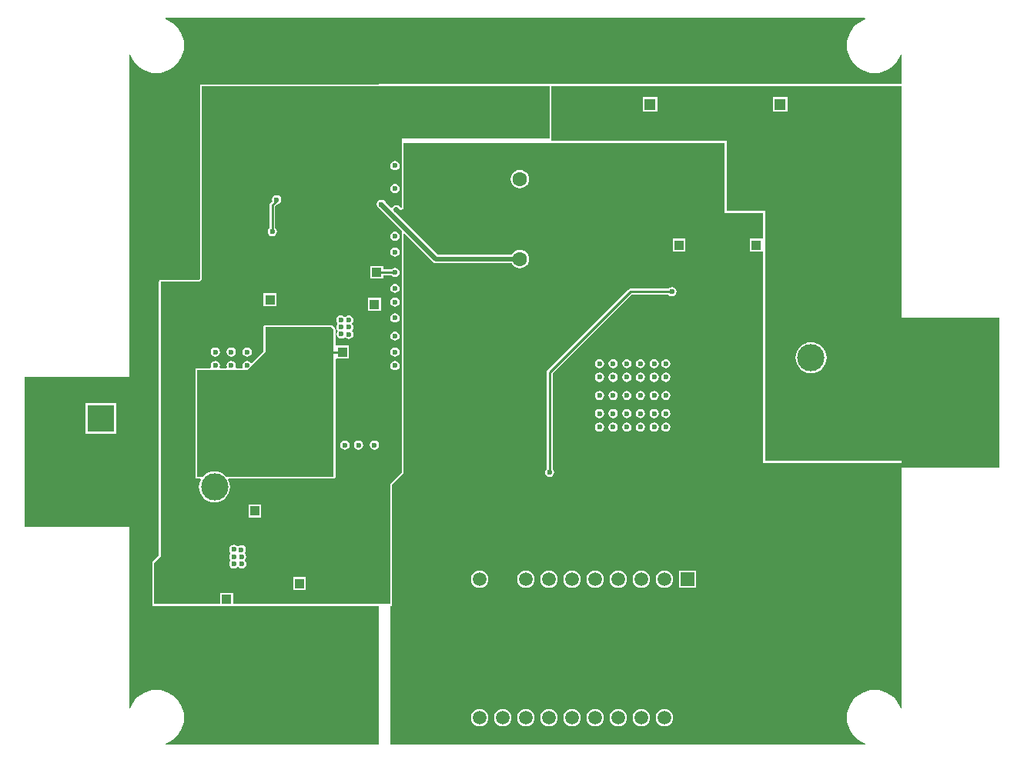
<source format=gbl>
G04*
G04 #@! TF.GenerationSoftware,Altium Limited,Altium Designer,21.6.4 (81)*
G04*
G04 Layer_Physical_Order=4*
G04 Layer_Color=16711680*
%FSLAX44Y44*%
%MOMM*%
G71*
G04*
G04 #@! TF.SameCoordinates,04AFCEB9-1927-4C3B-B3D4-275DD85C2008*
G04*
G04*
G04 #@! TF.FilePolarity,Positive*
G04*
G01*
G75*
%ADD12C,0.5000*%
%ADD74C,0.2540*%
%ADD77R,1.6000X1.6000*%
%ADD78C,1.6000*%
%ADD79C,3.0000*%
%ADD80R,3.0000X3.0000*%
%ADD81C,1.5200*%
%ADD82R,1.5200X1.5200*%
%ADD83R,1.2000X1.2000*%
%ADD84C,1.2000*%
%ADD85C,0.6000*%
%ADD93R,1.0000X1.0000*%
%ADD94R,1.0000X1.0000*%
G36*
X809660Y798730D02*
X806111Y797260D01*
X802017Y794751D01*
X798367Y791633D01*
X795249Y787983D01*
X792740Y783889D01*
X790903Y779454D01*
X789782Y774786D01*
X789406Y770000D01*
X789782Y765214D01*
X790903Y760546D01*
X792740Y756111D01*
X795249Y752017D01*
X798367Y748367D01*
X802017Y745249D01*
X806111Y742740D01*
X810546Y740903D01*
X815214Y739782D01*
X820000Y739406D01*
X824786Y739782D01*
X829454Y740903D01*
X833889Y742740D01*
X837983Y745249D01*
X841633Y748367D01*
X844751Y752017D01*
X847260Y756111D01*
X848730Y759660D01*
X850000Y759407D01*
Y727500D01*
X275000D01*
Y727039D01*
X80000D01*
X79220Y726884D01*
X78558Y726442D01*
X78116Y725780D01*
X77961Y725000D01*
Y513345D01*
X76655Y512039D01*
X35000D01*
X34220Y511884D01*
X33558Y511442D01*
X33116Y510780D01*
X32961Y510000D01*
Y208345D01*
X26058Y201442D01*
X25616Y200780D01*
X25461Y200000D01*
Y155000D01*
X25616Y154220D01*
X26058Y153558D01*
X26720Y153116D01*
X27500Y152961D01*
X100500D01*
X100697Y153000D01*
X114303D01*
X114500Y152961D01*
X275000D01*
Y0D01*
X40593D01*
X40340Y1270D01*
X43889Y2740D01*
X47983Y5249D01*
X51633Y8367D01*
X54751Y12017D01*
X57260Y16111D01*
X59097Y20546D01*
X60218Y25214D01*
X60594Y30000D01*
X60218Y34786D01*
X59097Y39454D01*
X57260Y43889D01*
X54751Y47983D01*
X51633Y51633D01*
X47983Y54751D01*
X43889Y57260D01*
X39454Y59097D01*
X34786Y60218D01*
X30000Y60594D01*
X25214Y60218D01*
X20546Y59097D01*
X16111Y57260D01*
X12017Y54751D01*
X8367Y51633D01*
X5249Y47983D01*
X2740Y43889D01*
X1270Y40340D01*
X0Y40593D01*
Y240000D01*
X-115000D01*
Y405000D01*
X0D01*
Y759407D01*
X1270Y759660D01*
X2740Y756111D01*
X5249Y752017D01*
X8367Y748367D01*
X12017Y745249D01*
X16111Y742740D01*
X20546Y740903D01*
X25214Y739782D01*
X30000Y739406D01*
X34786Y739782D01*
X39454Y740903D01*
X43889Y742740D01*
X47983Y745249D01*
X51633Y748367D01*
X54751Y752017D01*
X57260Y756111D01*
X59097Y760546D01*
X60218Y765214D01*
X60594Y770000D01*
X60218Y774786D01*
X59097Y779454D01*
X57260Y783889D01*
X54751Y787983D01*
X51633Y791633D01*
X47983Y794751D01*
X43889Y797260D01*
X40340Y798730D01*
X40593Y800000D01*
X809407D01*
X809660Y798730D01*
D02*
G37*
G36*
X462500Y667500D02*
X300000D01*
Y665000D01*
X300000Y662500D01*
X300000D01*
Y591349D01*
X298825Y591035D01*
X298730Y591054D01*
X297658Y592658D01*
X296004Y593763D01*
X294053Y594151D01*
X292102Y593763D01*
X290448Y592658D01*
X289519Y591266D01*
X288120Y590868D01*
X282253Y596736D01*
X282210Y596951D01*
X281105Y598605D01*
X279451Y599710D01*
X277500Y600098D01*
X275549Y599710D01*
X273895Y598605D01*
X272790Y596951D01*
X272402Y595000D01*
X272790Y593049D01*
X273895Y591395D01*
X275549Y590290D01*
X275764Y590247D01*
X300000Y566011D01*
Y300000D01*
X287500Y287500D01*
Y155000D01*
X114500D01*
Y167000D01*
X100500D01*
Y155000D01*
X27500D01*
Y200000D01*
X35000Y207500D01*
Y510000D01*
X77500D01*
X80000Y512500D01*
Y725000D01*
X462500D01*
Y667500D01*
D02*
G37*
G36*
X850000Y470000D02*
X957500D01*
Y305000D01*
X850000D01*
Y40593D01*
X848730Y40340D01*
X847260Y43889D01*
X844751Y47983D01*
X841633Y51633D01*
X837983Y54751D01*
X833889Y57260D01*
X829454Y59097D01*
X824786Y60218D01*
X820000Y60594D01*
X815214Y60218D01*
X810546Y59097D01*
X806111Y57260D01*
X802017Y54751D01*
X798367Y51633D01*
X795249Y47983D01*
X792740Y43889D01*
X790903Y39454D01*
X789782Y34786D01*
X789406Y30000D01*
X789782Y25214D01*
X790903Y20546D01*
X792740Y16111D01*
X795249Y12017D01*
X798367Y8367D01*
X802017Y5249D01*
X806111Y2740D01*
X809660Y1270D01*
X809407Y0D01*
X287500D01*
Y152961D01*
X288280Y153116D01*
X288942Y153558D01*
X289384Y154220D01*
X289539Y155000D01*
Y286655D01*
X301442Y298558D01*
X301884Y299220D01*
X302039Y300000D01*
Y562313D01*
X303213Y562799D01*
X334456Y531556D01*
X335944Y530561D01*
X337700Y530212D01*
X421077D01*
X421265Y529757D01*
X422868Y527668D01*
X424957Y526065D01*
X427389Y525057D01*
X430000Y524714D01*
X432611Y525057D01*
X435043Y526065D01*
X437132Y527668D01*
X438735Y529757D01*
X439743Y532189D01*
X440086Y534800D01*
X439743Y537411D01*
X438735Y539843D01*
X437132Y541932D01*
X435043Y543535D01*
X432611Y544543D01*
X430000Y544886D01*
X427389Y544543D01*
X424957Y543535D01*
X422868Y541932D01*
X421265Y539843D01*
X421077Y539388D01*
X339600D01*
X290760Y588228D01*
X290707Y588389D01*
X290674Y589091D01*
X290784Y589668D01*
X290990Y589909D01*
X291214Y590133D01*
X291919Y591188D01*
X292898Y591842D01*
X294053Y592072D01*
X295208Y591842D01*
X296188Y591188D01*
X297034Y589921D01*
X297307Y589649D01*
X297596Y589359D01*
X297597Y589359D01*
X297597Y589358D01*
X297799Y589275D01*
X297806Y589269D01*
X297846Y589255D01*
X297968Y589204D01*
X298331Y589054D01*
X298332Y589054D01*
X298332Y589054D01*
X298332D01*
X298426Y589035D01*
X298494Y589035D01*
X298559Y589013D01*
X298890Y589035D01*
X299222Y589034D01*
X299285Y589061D01*
X299353Y589065D01*
X300527Y589380D01*
X300648Y589439D01*
X300780Y589465D01*
X301002Y589613D01*
X301241Y589731D01*
X301330Y589832D01*
X301442Y589907D01*
X301590Y590129D01*
X301766Y590329D01*
X301809Y590457D01*
X301884Y590569D01*
X301936Y590830D01*
X302022Y591083D01*
X302013Y591217D01*
X302039Y591349D01*
Y662500D01*
X655000Y662500D01*
X655000Y585000D01*
X697500Y585000D01*
Y558063D01*
X697000Y557000D01*
X696230Y557000D01*
X683000D01*
Y543000D01*
X696230D01*
X697000Y543000D01*
X697500Y541937D01*
Y310000D01*
X850000D01*
Y312500D01*
X700000D01*
Y587500D01*
X657500Y587500D01*
X657500Y665000D01*
X464644Y665000D01*
X464323Y665484D01*
X464084Y666270D01*
X464384Y666720D01*
X464539Y667500D01*
Y725000D01*
X850000D01*
Y470000D01*
D02*
G37*
%LPC*%
G36*
X-14000Y376000D02*
X-48000D01*
Y342000D01*
X-14000D01*
Y376000D01*
D02*
G37*
G36*
X292500Y642598D02*
X290549Y642210D01*
X288895Y641105D01*
X287790Y639451D01*
X287402Y637500D01*
X287790Y635549D01*
X288895Y633895D01*
X290549Y632790D01*
X292500Y632402D01*
X294451Y632790D01*
X296105Y633895D01*
X297210Y635549D01*
X297598Y637500D01*
X297210Y639451D01*
X296105Y641105D01*
X294451Y642210D01*
X292500Y642598D01*
D02*
G37*
G36*
Y617598D02*
X290549Y617210D01*
X288895Y616105D01*
X287790Y614451D01*
X287402Y612500D01*
X287790Y610549D01*
X288895Y608895D01*
X290549Y607790D01*
X292500Y607402D01*
X294451Y607790D01*
X296105Y608895D01*
X297210Y610549D01*
X297598Y612500D01*
X297210Y614451D01*
X296105Y616105D01*
X294451Y617210D01*
X292500Y617598D01*
D02*
G37*
G36*
X162500Y605097D02*
X160549Y604709D01*
X158895Y603604D01*
X157790Y601950D01*
X157402Y599999D01*
X157621Y598899D01*
X155142Y596420D01*
X154420Y595339D01*
X154166Y594063D01*
Y568786D01*
X153895Y568605D01*
X152790Y566951D01*
X152402Y565000D01*
X152790Y563049D01*
X153895Y561395D01*
X155549Y560290D01*
X157500Y559902D01*
X159451Y560290D01*
X161105Y561395D01*
X162210Y563049D01*
X162598Y565000D01*
X162210Y566951D01*
X161105Y568605D01*
X160834Y568786D01*
Y592682D01*
X163190Y595038D01*
X164451Y595289D01*
X166105Y596394D01*
X167210Y598048D01*
X167598Y599999D01*
X167210Y601950D01*
X166105Y603604D01*
X164451Y604709D01*
X162500Y605097D01*
D02*
G37*
G36*
X292500Y565098D02*
X290549Y564710D01*
X288895Y563605D01*
X287790Y561951D01*
X287402Y560000D01*
X287790Y558049D01*
X288895Y556395D01*
X290549Y555290D01*
X292500Y554902D01*
X294451Y555290D01*
X296105Y556395D01*
X297210Y558049D01*
X297598Y560000D01*
X297210Y561951D01*
X296105Y563605D01*
X294451Y564710D01*
X292500Y565098D01*
D02*
G37*
G36*
Y547598D02*
X290549Y547210D01*
X288895Y546105D01*
X287790Y544451D01*
X287402Y542500D01*
X287790Y540549D01*
X288895Y538895D01*
X290549Y537790D01*
X292500Y537402D01*
X294451Y537790D01*
X296105Y538895D01*
X297210Y540549D01*
X297598Y542500D01*
X297210Y544451D01*
X296105Y546105D01*
X294451Y547210D01*
X292500Y547598D01*
D02*
G37*
G36*
X279500Y527000D02*
X265500D01*
Y513000D01*
X279500D01*
Y516666D01*
X288714D01*
X288895Y516395D01*
X290549Y515290D01*
X292500Y514902D01*
X294451Y515290D01*
X296105Y516395D01*
X297210Y518049D01*
X297598Y520000D01*
X297210Y521951D01*
X296105Y523605D01*
X294451Y524710D01*
X292500Y525098D01*
X290549Y524710D01*
X288895Y523605D01*
X288714Y523334D01*
X279500D01*
Y527000D01*
D02*
G37*
G36*
X292500Y507598D02*
X290549Y507210D01*
X288895Y506105D01*
X287790Y504451D01*
X287402Y502500D01*
X287790Y500549D01*
X288895Y498895D01*
X290549Y497790D01*
X292500Y497402D01*
X294451Y497790D01*
X296105Y498895D01*
X297210Y500549D01*
X297598Y502500D01*
X297210Y504451D01*
X296105Y506105D01*
X294451Y507210D01*
X292500Y507598D01*
D02*
G37*
G36*
X162000Y497000D02*
X148000D01*
Y483000D01*
X162000D01*
Y497000D01*
D02*
G37*
G36*
X292500Y492598D02*
X290549Y492210D01*
X288895Y491105D01*
X287790Y489451D01*
X287402Y487500D01*
X287790Y485549D01*
X288895Y483895D01*
X290549Y482790D01*
X292500Y482402D01*
X294451Y482790D01*
X296105Y483895D01*
X297210Y485549D01*
X297598Y487500D01*
X297210Y489451D01*
X296105Y491105D01*
X294451Y492210D01*
X292500Y492598D01*
D02*
G37*
G36*
X277000Y492000D02*
X263000D01*
Y478000D01*
X277000D01*
Y492000D01*
D02*
G37*
G36*
X241750Y472848D02*
X239799Y472460D01*
X238145Y471355D01*
X238010Y471152D01*
X236740D01*
X236605Y471355D01*
X234951Y472460D01*
X233000Y472848D01*
X231049Y472460D01*
X229395Y471355D01*
X228290Y469701D01*
X227902Y467750D01*
X228290Y465799D01*
X229395Y464145D01*
X229228Y462730D01*
X228540Y461701D01*
X228152Y459750D01*
X228540Y457799D01*
X229645Y456145D01*
X229247Y454884D01*
X228790Y454201D01*
X228402Y452250D01*
X228790Y450299D01*
X229895Y448645D01*
X231549Y447540D01*
X233500Y447152D01*
X235451Y447540D01*
X236653Y448343D01*
X238145Y448395D01*
X239799Y447290D01*
X241750Y446902D01*
X243701Y447290D01*
X245355Y448395D01*
X246460Y450049D01*
X246848Y452000D01*
X246460Y453951D01*
X245695Y455095D01*
X245458Y456000D01*
X245695Y456905D01*
X246460Y458049D01*
X246848Y460000D01*
X246460Y461951D01*
X245355Y463605D01*
Y464145D01*
X246460Y465799D01*
X246848Y467750D01*
X246460Y469701D01*
X245355Y471355D01*
X243701Y472460D01*
X241750Y472848D01*
D02*
G37*
G36*
X292500Y475098D02*
X290549Y474710D01*
X288895Y473605D01*
X287790Y471951D01*
X287402Y470000D01*
X287790Y468049D01*
X288895Y466395D01*
X290549Y465290D01*
X292500Y464902D01*
X294451Y465290D01*
X296105Y466395D01*
X297210Y468049D01*
X297598Y470000D01*
X297210Y471951D01*
X296105Y473605D01*
X294451Y474710D01*
X292500Y475098D01*
D02*
G37*
G36*
Y455098D02*
X290549Y454710D01*
X288895Y453605D01*
X287790Y451951D01*
X287402Y450000D01*
X287790Y448049D01*
X288895Y446395D01*
X290549Y445290D01*
X292500Y444902D01*
X294451Y445290D01*
X296105Y446395D01*
X297210Y448049D01*
X297598Y450000D01*
X297210Y451951D01*
X296105Y453605D01*
X294451Y454710D01*
X292500Y455098D01*
D02*
G37*
G36*
Y437598D02*
X290549Y437210D01*
X288895Y436105D01*
X287790Y434451D01*
X287402Y432500D01*
X287790Y430549D01*
X288895Y428895D01*
X290549Y427790D01*
X292500Y427402D01*
X294451Y427790D01*
X296105Y428895D01*
X297210Y430549D01*
X297598Y432500D01*
X297210Y434451D01*
X296105Y436105D01*
X294451Y437210D01*
X292500Y437598D01*
D02*
G37*
G36*
X130000D02*
X128049Y437210D01*
X126395Y436105D01*
X125290Y434451D01*
X124902Y432500D01*
X125290Y430549D01*
X126395Y428895D01*
X128049Y427790D01*
X130000Y427402D01*
X131951Y427790D01*
X133605Y428895D01*
X134710Y430549D01*
X135098Y432500D01*
X134710Y434451D01*
X133605Y436105D01*
X131951Y437210D01*
X130000Y437598D01*
D02*
G37*
G36*
X112500D02*
X110549Y437210D01*
X108895Y436105D01*
X107790Y434451D01*
X107402Y432500D01*
X107790Y430549D01*
X108895Y428895D01*
X110549Y427790D01*
X112500Y427402D01*
X114451Y427790D01*
X116105Y428895D01*
X117210Y430549D01*
X117598Y432500D01*
X117210Y434451D01*
X116105Y436105D01*
X114451Y437210D01*
X112500Y437598D01*
D02*
G37*
G36*
X95000D02*
X93049Y437210D01*
X91395Y436105D01*
X90290Y434451D01*
X89902Y432500D01*
X90290Y430549D01*
X91395Y428895D01*
X93049Y427790D01*
X95000Y427402D01*
X96951Y427790D01*
X98605Y428895D01*
X99710Y430549D01*
X100098Y432500D01*
X99710Y434451D01*
X98605Y436105D01*
X96951Y437210D01*
X95000Y437598D01*
D02*
G37*
G36*
X222500Y462039D02*
X150000D01*
X149220Y461884D01*
X148558Y461442D01*
X148116Y460780D01*
X147961Y460000D01*
Y434706D01*
X147790Y434451D01*
X147473Y432857D01*
X135160Y420544D01*
X133896Y420669D01*
X133605Y421105D01*
X131951Y422210D01*
X130000Y422598D01*
X128049Y422210D01*
X126395Y421105D01*
X125290Y419451D01*
X124902Y417500D01*
X125238Y415809D01*
X124554Y414539D01*
X117946D01*
X117262Y415809D01*
X117598Y417500D01*
X117210Y419451D01*
X116105Y421105D01*
X114451Y422210D01*
X112500Y422598D01*
X110549Y422210D01*
X108895Y421105D01*
X107790Y419451D01*
X107402Y417500D01*
X107738Y415809D01*
X107054Y414539D01*
X100446D01*
X99762Y415809D01*
X100098Y417500D01*
X99710Y419451D01*
X98605Y421105D01*
X96951Y422210D01*
X95000Y422598D01*
X93049Y422210D01*
X91395Y421105D01*
X90290Y419451D01*
X89902Y417500D01*
X90238Y415809D01*
X89554Y414539D01*
X75000D01*
X74220Y414384D01*
X73558Y413942D01*
X73116Y413280D01*
X72961Y412500D01*
Y295000D01*
X73116Y294220D01*
X73558Y293558D01*
X74220Y293116D01*
X75000Y292961D01*
X78278D01*
X78931Y291871D01*
X78218Y290537D01*
X77246Y287333D01*
X76918Y284000D01*
X77246Y280668D01*
X78218Y277463D01*
X79797Y274510D01*
X81921Y271921D01*
X84510Y269797D01*
X87463Y268218D01*
X90667Y267246D01*
X94000Y266918D01*
X97333Y267246D01*
X100537Y268218D01*
X103490Y269797D01*
X106079Y271921D01*
X108203Y274510D01*
X109782Y277463D01*
X110754Y280668D01*
X111082Y284000D01*
X110754Y287333D01*
X109782Y290537D01*
X109069Y291871D01*
X109722Y292961D01*
X225000D01*
X225780Y293116D01*
X226442Y293558D01*
X226884Y294220D01*
X227039Y295000D01*
Y327794D01*
X227210Y328049D01*
X227598Y330000D01*
X227210Y331951D01*
X227039Y332206D01*
Y424754D01*
X228000Y425500D01*
X242000D01*
Y439500D01*
X228000D01*
X227039Y440246D01*
Y457500D01*
X227039Y457500D01*
X226884Y458280D01*
X226442Y458942D01*
X223942Y461442D01*
X223280Y461884D01*
X222500Y462039D01*
D02*
G37*
G36*
X292500Y422598D02*
X290549Y422210D01*
X288895Y421105D01*
X287790Y419451D01*
X287402Y417500D01*
X287790Y415549D01*
X288895Y413895D01*
X290549Y412790D01*
X292500Y412402D01*
X294451Y412790D01*
X296105Y413895D01*
X297210Y415549D01*
X297598Y417500D01*
X297210Y419451D01*
X296105Y421105D01*
X294451Y422210D01*
X292500Y422598D01*
D02*
G37*
G36*
X270000Y335098D02*
X268049Y334710D01*
X266395Y333605D01*
X265290Y331951D01*
X264902Y330000D01*
X265290Y328049D01*
X266395Y326395D01*
X268049Y325290D01*
X270000Y324902D01*
X271951Y325290D01*
X273605Y326395D01*
X274710Y328049D01*
X275098Y330000D01*
X274710Y331951D01*
X273605Y333605D01*
X271951Y334710D01*
X270000Y335098D01*
D02*
G37*
G36*
X252500D02*
X250549Y334710D01*
X248895Y333605D01*
X247790Y331951D01*
X247402Y330000D01*
X247790Y328049D01*
X248895Y326395D01*
X250549Y325290D01*
X252500Y324902D01*
X254451Y325290D01*
X256105Y326395D01*
X257210Y328049D01*
X257598Y330000D01*
X257210Y331951D01*
X256105Y333605D01*
X254451Y334710D01*
X252500Y335098D01*
D02*
G37*
G36*
X237500D02*
X235549Y334710D01*
X233895Y333605D01*
X232790Y331951D01*
X232402Y330000D01*
X232790Y328049D01*
X233895Y326395D01*
X235549Y325290D01*
X237500Y324902D01*
X239451Y325290D01*
X241105Y326395D01*
X242210Y328049D01*
X242598Y330000D01*
X242210Y331951D01*
X241105Y333605D01*
X239451Y334710D01*
X237500Y335098D01*
D02*
G37*
G36*
X145419Y264463D02*
X131419D01*
Y250463D01*
X145419D01*
Y264463D01*
D02*
G37*
G36*
X115250Y220098D02*
X113299Y219710D01*
X111645Y218605D01*
X110540Y216951D01*
X110152Y215000D01*
X110540Y213049D01*
X111305Y211905D01*
X111542Y211000D01*
X111305Y210095D01*
X110540Y208951D01*
X110152Y207000D01*
X110540Y205049D01*
X111645Y203395D01*
Y202855D01*
X110540Y201201D01*
X110152Y199250D01*
X110540Y197299D01*
X111645Y195645D01*
X113299Y194540D01*
X115250Y194152D01*
X117201Y194540D01*
X118855Y195645D01*
X118990Y195848D01*
X120260D01*
X120395Y195645D01*
X122049Y194540D01*
X124000Y194152D01*
X125951Y194540D01*
X127605Y195645D01*
X128710Y197299D01*
X129098Y199250D01*
X128710Y201201D01*
X127605Y202855D01*
X127772Y204270D01*
X128460Y205299D01*
X128848Y207250D01*
X128460Y209201D01*
X127355Y210855D01*
X127753Y212116D01*
X128210Y212799D01*
X128598Y214750D01*
X128210Y216701D01*
X127105Y218355D01*
X125451Y219460D01*
X123500Y219848D01*
X121549Y219460D01*
X120347Y218657D01*
X118855Y218605D01*
X117201Y219710D01*
X115250Y220098D01*
D02*
G37*
G36*
X194500Y184500D02*
X180500D01*
Y170500D01*
X194500D01*
Y184500D01*
D02*
G37*
%LPD*%
G36*
X225000Y457500D02*
Y295000D01*
X106965D01*
X106079Y296079D01*
X103490Y298204D01*
X100537Y299782D01*
X97333Y300754D01*
X94000Y301082D01*
X90667Y300754D01*
X87463Y299782D01*
X84510Y298204D01*
X81921Y296079D01*
X81035Y295000D01*
X75000D01*
Y412500D01*
X130000D01*
X150000Y432500D01*
Y460000D01*
X222500D01*
X225000Y457500D01*
D02*
G37*
%LPC*%
G36*
X724000Y713000D02*
X708000D01*
Y697000D01*
X724000D01*
Y713000D01*
D02*
G37*
G36*
X580957D02*
X564957D01*
Y697000D01*
X580957D01*
Y713000D01*
D02*
G37*
G36*
X430000Y632786D02*
X427389Y632443D01*
X424957Y631435D01*
X422868Y629832D01*
X421265Y627743D01*
X420257Y625311D01*
X419914Y622700D01*
X420257Y620089D01*
X421265Y617657D01*
X422868Y615568D01*
X424957Y613965D01*
X427389Y612957D01*
X430000Y612614D01*
X432611Y612957D01*
X435043Y613965D01*
X437132Y615568D01*
X438735Y617657D01*
X439743Y620089D01*
X440086Y622700D01*
X439743Y625311D01*
X438735Y627743D01*
X437132Y629832D01*
X435043Y631435D01*
X432611Y632443D01*
X430000Y632786D01*
D02*
G37*
G36*
X612000Y557000D02*
X598000D01*
Y543000D01*
X612000D01*
Y557000D01*
D02*
G37*
G36*
X596950Y503832D02*
X595000Y503443D01*
X593346Y502338D01*
X593165Y502068D01*
X551234D01*
X549958Y501814D01*
X548876Y501091D01*
X460143Y412357D01*
X459420Y411276D01*
X459166Y410000D01*
Y303786D01*
X458895Y303605D01*
X457790Y301951D01*
X457402Y300000D01*
X457790Y298049D01*
X458895Y296395D01*
X460549Y295290D01*
X462500Y294902D01*
X464451Y295290D01*
X466105Y296395D01*
X467210Y298049D01*
X467598Y300000D01*
X467210Y301951D01*
X466105Y303605D01*
X465834Y303786D01*
Y408619D01*
X552615Y495400D01*
X593165D01*
X593346Y495129D01*
X595000Y494024D01*
X596950Y493636D01*
X598901Y494024D01*
X600555Y495129D01*
X601660Y496783D01*
X602048Y498734D01*
X601660Y500685D01*
X600555Y502338D01*
X598901Y503443D01*
X596950Y503832D01*
D02*
G37*
G36*
X590472Y424698D02*
X588522Y424310D01*
X586868Y423205D01*
X585763Y421551D01*
X585374Y419600D01*
X585763Y417649D01*
X586868Y415995D01*
X588522Y414890D01*
X590472Y414502D01*
X592423Y414890D01*
X594077Y415995D01*
X595182Y417649D01*
X595570Y419600D01*
X595182Y421551D01*
X594077Y423205D01*
X592423Y424310D01*
X590472Y424698D01*
D02*
G37*
G36*
X577472D02*
X575522Y424310D01*
X573868Y423205D01*
X572763Y421551D01*
X572374Y419600D01*
X572763Y417649D01*
X573868Y415995D01*
X575522Y414890D01*
X577472Y414502D01*
X579423Y414890D01*
X581077Y415995D01*
X582182Y417649D01*
X582570Y419600D01*
X582182Y421551D01*
X581077Y423205D01*
X579423Y424310D01*
X577472Y424698D01*
D02*
G37*
G36*
X562472D02*
X560522Y424310D01*
X558868Y423205D01*
X557763Y421551D01*
X557374Y419600D01*
X557763Y417649D01*
X558868Y415995D01*
X560522Y414890D01*
X562472Y414502D01*
X564423Y414890D01*
X566077Y415995D01*
X567182Y417649D01*
X567570Y419600D01*
X567182Y421551D01*
X566077Y423205D01*
X564423Y424310D01*
X562472Y424698D01*
D02*
G37*
G36*
X547472D02*
X545522Y424310D01*
X543868Y423205D01*
X542762Y421551D01*
X542374Y419600D01*
X542762Y417649D01*
X543868Y415995D01*
X545522Y414890D01*
X547472Y414502D01*
X549423Y414890D01*
X551077Y415995D01*
X552182Y417649D01*
X552570Y419600D01*
X552182Y421551D01*
X551077Y423205D01*
X549423Y424310D01*
X547472Y424698D01*
D02*
G37*
G36*
X532472D02*
X530522Y424310D01*
X528868Y423205D01*
X527762Y421551D01*
X527374Y419600D01*
X527762Y417649D01*
X528868Y415995D01*
X530522Y414890D01*
X532472Y414502D01*
X534423Y414890D01*
X536077Y415995D01*
X537182Y417649D01*
X537570Y419600D01*
X537182Y421551D01*
X536077Y423205D01*
X534423Y424310D01*
X532472Y424698D01*
D02*
G37*
G36*
X517472D02*
X515522Y424310D01*
X513868Y423205D01*
X512763Y421551D01*
X512374Y419600D01*
X512763Y417649D01*
X513868Y415995D01*
X515522Y414890D01*
X517472Y414502D01*
X519423Y414890D01*
X521077Y415995D01*
X522182Y417649D01*
X522570Y419600D01*
X522182Y421551D01*
X521077Y423205D01*
X519423Y424310D01*
X517472Y424698D01*
D02*
G37*
G36*
X750000Y443082D02*
X746667Y442754D01*
X743463Y441782D01*
X740510Y440203D01*
X737921Y438079D01*
X735797Y435490D01*
X734218Y432537D01*
X733246Y429332D01*
X732918Y426000D01*
X733246Y422667D01*
X734218Y419463D01*
X735797Y416509D01*
X737921Y413921D01*
X740510Y411796D01*
X743463Y410218D01*
X746667Y409246D01*
X750000Y408918D01*
X753333Y409246D01*
X756537Y410218D01*
X759490Y411796D01*
X762079Y413921D01*
X764203Y416509D01*
X765782Y419463D01*
X766754Y422667D01*
X767082Y426000D01*
X766754Y429332D01*
X765782Y432537D01*
X764203Y435490D01*
X762079Y438079D01*
X759490Y440203D01*
X756537Y441782D01*
X753333Y442754D01*
X750000Y443082D01*
D02*
G37*
G36*
X590472Y409698D02*
X588522Y409310D01*
X586868Y408205D01*
X585763Y406551D01*
X585374Y404600D01*
X585763Y402649D01*
X586868Y400995D01*
X588522Y399890D01*
X590472Y399502D01*
X592423Y399890D01*
X594077Y400995D01*
X595182Y402649D01*
X595570Y404600D01*
X595182Y406551D01*
X594077Y408205D01*
X592423Y409310D01*
X590472Y409698D01*
D02*
G37*
G36*
X577472D02*
X575522Y409310D01*
X573868Y408205D01*
X572763Y406551D01*
X572374Y404600D01*
X572763Y402649D01*
X573868Y400995D01*
X575522Y399890D01*
X577472Y399502D01*
X579423Y399890D01*
X581077Y400995D01*
X582182Y402649D01*
X582570Y404600D01*
X582182Y406551D01*
X581077Y408205D01*
X579423Y409310D01*
X577472Y409698D01*
D02*
G37*
G36*
X562472D02*
X560522Y409310D01*
X558868Y408205D01*
X557763Y406551D01*
X557374Y404600D01*
X557763Y402649D01*
X558868Y400995D01*
X560522Y399890D01*
X562472Y399502D01*
X564423Y399890D01*
X566077Y400995D01*
X567182Y402649D01*
X567570Y404600D01*
X567182Y406551D01*
X566077Y408205D01*
X564423Y409310D01*
X562472Y409698D01*
D02*
G37*
G36*
X547472D02*
X545522Y409310D01*
X543868Y408205D01*
X542762Y406551D01*
X542374Y404600D01*
X542762Y402649D01*
X543868Y400995D01*
X545522Y399890D01*
X547472Y399502D01*
X549423Y399890D01*
X551077Y400995D01*
X552182Y402649D01*
X552570Y404600D01*
X552182Y406551D01*
X551077Y408205D01*
X549423Y409310D01*
X547472Y409698D01*
D02*
G37*
G36*
X532472D02*
X530522Y409310D01*
X528868Y408205D01*
X527762Y406551D01*
X527374Y404600D01*
X527762Y402649D01*
X528868Y400995D01*
X530522Y399890D01*
X532472Y399502D01*
X534423Y399890D01*
X536077Y400995D01*
X537182Y402649D01*
X537570Y404600D01*
X537182Y406551D01*
X536077Y408205D01*
X534423Y409310D01*
X532472Y409698D01*
D02*
G37*
G36*
X517472D02*
X515522Y409310D01*
X513868Y408205D01*
X512763Y406551D01*
X512374Y404600D01*
X512763Y402649D01*
X513868Y400995D01*
X515522Y399890D01*
X517472Y399502D01*
X519423Y399890D01*
X521077Y400995D01*
X522182Y402649D01*
X522570Y404600D01*
X522182Y406551D01*
X521077Y408205D01*
X519423Y409310D01*
X517472Y409698D01*
D02*
G37*
G36*
X590472Y389698D02*
X588522Y389310D01*
X586868Y388205D01*
X585763Y386551D01*
X585374Y384600D01*
X585763Y382649D01*
X586868Y380995D01*
X588522Y379890D01*
X590472Y379502D01*
X592423Y379890D01*
X594077Y380995D01*
X595182Y382649D01*
X595570Y384600D01*
X595182Y386551D01*
X594077Y388205D01*
X592423Y389310D01*
X590472Y389698D01*
D02*
G37*
G36*
X577472D02*
X575522Y389310D01*
X573868Y388205D01*
X572763Y386551D01*
X572374Y384600D01*
X572763Y382649D01*
X573868Y380995D01*
X575522Y379890D01*
X577472Y379502D01*
X579423Y379890D01*
X581077Y380995D01*
X582182Y382649D01*
X582570Y384600D01*
X582182Y386551D01*
X581077Y388205D01*
X579423Y389310D01*
X577472Y389698D01*
D02*
G37*
G36*
X562472D02*
X560522Y389310D01*
X558868Y388205D01*
X557763Y386551D01*
X557374Y384600D01*
X557763Y382649D01*
X558868Y380995D01*
X560522Y379890D01*
X562472Y379502D01*
X564423Y379890D01*
X566077Y380995D01*
X567182Y382649D01*
X567570Y384600D01*
X567182Y386551D01*
X566077Y388205D01*
X564423Y389310D01*
X562472Y389698D01*
D02*
G37*
G36*
X547472D02*
X545522Y389310D01*
X543868Y388205D01*
X542762Y386551D01*
X542374Y384600D01*
X542762Y382649D01*
X543868Y380995D01*
X545522Y379890D01*
X547472Y379502D01*
X549423Y379890D01*
X551077Y380995D01*
X552182Y382649D01*
X552570Y384600D01*
X552182Y386551D01*
X551077Y388205D01*
X549423Y389310D01*
X547472Y389698D01*
D02*
G37*
G36*
X532472D02*
X530522Y389310D01*
X528868Y388205D01*
X527762Y386551D01*
X527374Y384600D01*
X527762Y382649D01*
X528868Y380995D01*
X530522Y379890D01*
X532472Y379502D01*
X534423Y379890D01*
X536077Y380995D01*
X537182Y382649D01*
X537570Y384600D01*
X537182Y386551D01*
X536077Y388205D01*
X534423Y389310D01*
X532472Y389698D01*
D02*
G37*
G36*
X517472D02*
X515522Y389310D01*
X513868Y388205D01*
X512763Y386551D01*
X512374Y384600D01*
X512763Y382649D01*
X513868Y380995D01*
X515522Y379890D01*
X517472Y379502D01*
X519423Y379890D01*
X521077Y380995D01*
X522182Y382649D01*
X522570Y384600D01*
X522182Y386551D01*
X521077Y388205D01*
X519423Y389310D01*
X517472Y389698D01*
D02*
G37*
G36*
X590472Y369698D02*
X588522Y369310D01*
X586868Y368205D01*
X585763Y366551D01*
X585374Y364600D01*
X585763Y362649D01*
X586868Y360995D01*
X588522Y359890D01*
X590472Y359502D01*
X592423Y359890D01*
X594077Y360995D01*
X595182Y362649D01*
X595570Y364600D01*
X595182Y366551D01*
X594077Y368205D01*
X592423Y369310D01*
X590472Y369698D01*
D02*
G37*
G36*
X577472D02*
X575522Y369310D01*
X573868Y368205D01*
X572763Y366551D01*
X572374Y364600D01*
X572763Y362649D01*
X573868Y360995D01*
X575522Y359890D01*
X577472Y359502D01*
X579423Y359890D01*
X581077Y360995D01*
X582182Y362649D01*
X582570Y364600D01*
X582182Y366551D01*
X581077Y368205D01*
X579423Y369310D01*
X577472Y369698D01*
D02*
G37*
G36*
X562472D02*
X560522Y369310D01*
X558868Y368205D01*
X557763Y366551D01*
X557374Y364600D01*
X557763Y362649D01*
X558868Y360995D01*
X560522Y359890D01*
X562472Y359502D01*
X564423Y359890D01*
X566077Y360995D01*
X567182Y362649D01*
X567570Y364600D01*
X567182Y366551D01*
X566077Y368205D01*
X564423Y369310D01*
X562472Y369698D01*
D02*
G37*
G36*
X547472D02*
X545522Y369310D01*
X543868Y368205D01*
X542762Y366551D01*
X542374Y364600D01*
X542762Y362649D01*
X543868Y360995D01*
X545522Y359890D01*
X547472Y359502D01*
X549423Y359890D01*
X551077Y360995D01*
X552182Y362649D01*
X552570Y364600D01*
X552182Y366551D01*
X551077Y368205D01*
X549423Y369310D01*
X547472Y369698D01*
D02*
G37*
G36*
X532472D02*
X530522Y369310D01*
X528868Y368205D01*
X527762Y366551D01*
X527374Y364600D01*
X527762Y362649D01*
X528868Y360995D01*
X530522Y359890D01*
X532472Y359502D01*
X534423Y359890D01*
X536077Y360995D01*
X537182Y362649D01*
X537570Y364600D01*
X537182Y366551D01*
X536077Y368205D01*
X534423Y369310D01*
X532472Y369698D01*
D02*
G37*
G36*
X517472D02*
X515522Y369310D01*
X513868Y368205D01*
X512763Y366551D01*
X512374Y364600D01*
X512763Y362649D01*
X513868Y360995D01*
X515522Y359890D01*
X517472Y359502D01*
X519423Y359890D01*
X521077Y360995D01*
X522182Y362649D01*
X522570Y364600D01*
X522182Y366551D01*
X521077Y368205D01*
X519423Y369310D01*
X517472Y369698D01*
D02*
G37*
G36*
X590472Y354698D02*
X588522Y354310D01*
X586868Y353205D01*
X585763Y351551D01*
X585374Y349600D01*
X585763Y347649D01*
X586868Y345995D01*
X588522Y344890D01*
X590472Y344502D01*
X592423Y344890D01*
X594077Y345995D01*
X595182Y347649D01*
X595570Y349600D01*
X595182Y351551D01*
X594077Y353205D01*
X592423Y354310D01*
X590472Y354698D01*
D02*
G37*
G36*
X577472D02*
X575522Y354310D01*
X573868Y353205D01*
X572763Y351551D01*
X572374Y349600D01*
X572763Y347649D01*
X573868Y345995D01*
X575522Y344890D01*
X577472Y344502D01*
X579423Y344890D01*
X581077Y345995D01*
X582182Y347649D01*
X582570Y349600D01*
X582182Y351551D01*
X581077Y353205D01*
X579423Y354310D01*
X577472Y354698D01*
D02*
G37*
G36*
X562472D02*
X560522Y354310D01*
X558868Y353205D01*
X557763Y351551D01*
X557374Y349600D01*
X557763Y347649D01*
X558868Y345995D01*
X560522Y344890D01*
X562472Y344502D01*
X564423Y344890D01*
X566077Y345995D01*
X567182Y347649D01*
X567570Y349600D01*
X567182Y351551D01*
X566077Y353205D01*
X564423Y354310D01*
X562472Y354698D01*
D02*
G37*
G36*
X547472D02*
X545522Y354310D01*
X543868Y353205D01*
X542762Y351551D01*
X542374Y349600D01*
X542762Y347649D01*
X543868Y345995D01*
X545522Y344890D01*
X547472Y344502D01*
X549423Y344890D01*
X551077Y345995D01*
X552182Y347649D01*
X552570Y349600D01*
X552182Y351551D01*
X551077Y353205D01*
X549423Y354310D01*
X547472Y354698D01*
D02*
G37*
G36*
X532472D02*
X530522Y354310D01*
X528868Y353205D01*
X527762Y351551D01*
X527374Y349600D01*
X527762Y347649D01*
X528868Y345995D01*
X530522Y344890D01*
X532472Y344502D01*
X534423Y344890D01*
X536077Y345995D01*
X537182Y347649D01*
X537570Y349600D01*
X537182Y351551D01*
X536077Y353205D01*
X534423Y354310D01*
X532472Y354698D01*
D02*
G37*
G36*
X517472D02*
X515522Y354310D01*
X513868Y353205D01*
X512763Y351551D01*
X512374Y349600D01*
X512763Y347649D01*
X513868Y345995D01*
X515522Y344890D01*
X517472Y344502D01*
X519423Y344890D01*
X521077Y345995D01*
X522182Y347649D01*
X522570Y349600D01*
X522182Y351551D01*
X521077Y353205D01*
X519423Y354310D01*
X517472Y354698D01*
D02*
G37*
G36*
X623900Y192000D02*
X604700D01*
Y172800D01*
X623900D01*
Y192000D01*
D02*
G37*
G36*
X588900Y192083D02*
X586394Y191753D01*
X584059Y190786D01*
X582053Y189247D01*
X580514Y187241D01*
X579547Y184906D01*
X579217Y182400D01*
X579547Y179894D01*
X580514Y177559D01*
X582053Y175553D01*
X584059Y174014D01*
X586394Y173047D01*
X588900Y172717D01*
X591406Y173047D01*
X593741Y174014D01*
X595747Y175553D01*
X597285Y177559D01*
X598253Y179894D01*
X598583Y182400D01*
X598253Y184906D01*
X597285Y187241D01*
X595747Y189247D01*
X593741Y190786D01*
X591406Y191753D01*
X588900Y192083D01*
D02*
G37*
G36*
X563500D02*
X560994Y191753D01*
X558659Y190786D01*
X556653Y189247D01*
X555114Y187241D01*
X554147Y184906D01*
X553817Y182400D01*
X554147Y179894D01*
X555114Y177559D01*
X556653Y175553D01*
X558659Y174014D01*
X560994Y173047D01*
X563500Y172717D01*
X566006Y173047D01*
X568341Y174014D01*
X570347Y175553D01*
X571885Y177559D01*
X572853Y179894D01*
X573183Y182400D01*
X572853Y184906D01*
X571885Y187241D01*
X570347Y189247D01*
X568341Y190786D01*
X566006Y191753D01*
X563500Y192083D01*
D02*
G37*
G36*
X538100D02*
X535594Y191753D01*
X533259Y190786D01*
X531253Y189247D01*
X529714Y187241D01*
X528747Y184906D01*
X528417Y182400D01*
X528747Y179894D01*
X529714Y177559D01*
X531253Y175553D01*
X533259Y174014D01*
X535594Y173047D01*
X538100Y172717D01*
X540606Y173047D01*
X542941Y174014D01*
X544947Y175553D01*
X546485Y177559D01*
X547453Y179894D01*
X547783Y182400D01*
X547453Y184906D01*
X546485Y187241D01*
X544947Y189247D01*
X542941Y190786D01*
X540606Y191753D01*
X538100Y192083D01*
D02*
G37*
G36*
X512700D02*
X510194Y191753D01*
X507859Y190786D01*
X505853Y189247D01*
X504314Y187241D01*
X503347Y184906D01*
X503017Y182400D01*
X503347Y179894D01*
X504314Y177559D01*
X505853Y175553D01*
X507859Y174014D01*
X510194Y173047D01*
X512700Y172717D01*
X515206Y173047D01*
X517541Y174014D01*
X519547Y175553D01*
X521086Y177559D01*
X522053Y179894D01*
X522383Y182400D01*
X522053Y184906D01*
X521086Y187241D01*
X519547Y189247D01*
X517541Y190786D01*
X515206Y191753D01*
X512700Y192083D01*
D02*
G37*
G36*
X487300D02*
X484794Y191753D01*
X482459Y190786D01*
X480453Y189247D01*
X478914Y187241D01*
X477947Y184906D01*
X477617Y182400D01*
X477947Y179894D01*
X478914Y177559D01*
X480453Y175553D01*
X482459Y174014D01*
X484794Y173047D01*
X487300Y172717D01*
X489806Y173047D01*
X492141Y174014D01*
X494147Y175553D01*
X495686Y177559D01*
X496653Y179894D01*
X496983Y182400D01*
X496653Y184906D01*
X495686Y187241D01*
X494147Y189247D01*
X492141Y190786D01*
X489806Y191753D01*
X487300Y192083D01*
D02*
G37*
G36*
X461900D02*
X459394Y191753D01*
X457059Y190786D01*
X455053Y189247D01*
X453514Y187241D01*
X452547Y184906D01*
X452217Y182400D01*
X452547Y179894D01*
X453514Y177559D01*
X455053Y175553D01*
X457059Y174014D01*
X459394Y173047D01*
X461900Y172717D01*
X464406Y173047D01*
X466741Y174014D01*
X468747Y175553D01*
X470285Y177559D01*
X471253Y179894D01*
X471583Y182400D01*
X471253Y184906D01*
X470285Y187241D01*
X468747Y189247D01*
X466741Y190786D01*
X464406Y191753D01*
X461900Y192083D01*
D02*
G37*
G36*
X436500D02*
X433994Y191753D01*
X431659Y190786D01*
X429653Y189247D01*
X428114Y187241D01*
X427147Y184906D01*
X426817Y182400D01*
X427147Y179894D01*
X428114Y177559D01*
X429653Y175553D01*
X431659Y174014D01*
X433994Y173047D01*
X436500Y172717D01*
X439006Y173047D01*
X441341Y174014D01*
X443347Y175553D01*
X444885Y177559D01*
X445853Y179894D01*
X446183Y182400D01*
X445853Y184906D01*
X444885Y187241D01*
X443347Y189247D01*
X441341Y190786D01*
X439006Y191753D01*
X436500Y192083D01*
D02*
G37*
G36*
X385700D02*
X383194Y191753D01*
X380859Y190786D01*
X378853Y189247D01*
X377314Y187241D01*
X376347Y184906D01*
X376017Y182400D01*
X376347Y179894D01*
X377314Y177559D01*
X378853Y175553D01*
X380859Y174014D01*
X383194Y173047D01*
X385700Y172717D01*
X388206Y173047D01*
X390541Y174014D01*
X392547Y175553D01*
X394086Y177559D01*
X395053Y179894D01*
X395383Y182400D01*
X395053Y184906D01*
X394086Y187241D01*
X392547Y189247D01*
X390541Y190786D01*
X388206Y191753D01*
X385700Y192083D01*
D02*
G37*
G36*
X588900Y39683D02*
X586394Y39353D01*
X584059Y38386D01*
X582053Y36847D01*
X580514Y34841D01*
X579547Y32506D01*
X579217Y30000D01*
X579547Y27494D01*
X580514Y25159D01*
X582053Y23153D01*
X584059Y21614D01*
X586394Y20647D01*
X588900Y20317D01*
X591406Y20647D01*
X593741Y21614D01*
X595747Y23153D01*
X597285Y25159D01*
X598253Y27494D01*
X598583Y30000D01*
X598253Y32506D01*
X597285Y34841D01*
X595747Y36847D01*
X593741Y38386D01*
X591406Y39353D01*
X588900Y39683D01*
D02*
G37*
G36*
X563500D02*
X560994Y39353D01*
X558659Y38386D01*
X556653Y36847D01*
X555114Y34841D01*
X554147Y32506D01*
X553817Y30000D01*
X554147Y27494D01*
X555114Y25159D01*
X556653Y23153D01*
X558659Y21614D01*
X560994Y20647D01*
X563500Y20317D01*
X566006Y20647D01*
X568341Y21614D01*
X570347Y23153D01*
X571885Y25159D01*
X572853Y27494D01*
X573183Y30000D01*
X572853Y32506D01*
X571885Y34841D01*
X570347Y36847D01*
X568341Y38386D01*
X566006Y39353D01*
X563500Y39683D01*
D02*
G37*
G36*
X538100D02*
X535594Y39353D01*
X533259Y38386D01*
X531253Y36847D01*
X529714Y34841D01*
X528747Y32506D01*
X528417Y30000D01*
X528747Y27494D01*
X529714Y25159D01*
X531253Y23153D01*
X533259Y21614D01*
X535594Y20647D01*
X538100Y20317D01*
X540606Y20647D01*
X542941Y21614D01*
X544947Y23153D01*
X546485Y25159D01*
X547453Y27494D01*
X547783Y30000D01*
X547453Y32506D01*
X546485Y34841D01*
X544947Y36847D01*
X542941Y38386D01*
X540606Y39353D01*
X538100Y39683D01*
D02*
G37*
G36*
X512700D02*
X510194Y39353D01*
X507859Y38386D01*
X505853Y36847D01*
X504314Y34841D01*
X503347Y32506D01*
X503017Y30000D01*
X503347Y27494D01*
X504314Y25159D01*
X505853Y23153D01*
X507859Y21614D01*
X510194Y20647D01*
X512700Y20317D01*
X515206Y20647D01*
X517541Y21614D01*
X519547Y23153D01*
X521086Y25159D01*
X522053Y27494D01*
X522383Y30000D01*
X522053Y32506D01*
X521086Y34841D01*
X519547Y36847D01*
X517541Y38386D01*
X515206Y39353D01*
X512700Y39683D01*
D02*
G37*
G36*
X487300D02*
X484794Y39353D01*
X482459Y38386D01*
X480453Y36847D01*
X478914Y34841D01*
X477947Y32506D01*
X477617Y30000D01*
X477947Y27494D01*
X478914Y25159D01*
X480453Y23153D01*
X482459Y21614D01*
X484794Y20647D01*
X487300Y20317D01*
X489806Y20647D01*
X492141Y21614D01*
X494147Y23153D01*
X495686Y25159D01*
X496653Y27494D01*
X496983Y30000D01*
X496653Y32506D01*
X495686Y34841D01*
X494147Y36847D01*
X492141Y38386D01*
X489806Y39353D01*
X487300Y39683D01*
D02*
G37*
G36*
X461900D02*
X459394Y39353D01*
X457059Y38386D01*
X455053Y36847D01*
X453514Y34841D01*
X452547Y32506D01*
X452217Y30000D01*
X452547Y27494D01*
X453514Y25159D01*
X455053Y23153D01*
X457059Y21614D01*
X459394Y20647D01*
X461900Y20317D01*
X464406Y20647D01*
X466741Y21614D01*
X468747Y23153D01*
X470285Y25159D01*
X471253Y27494D01*
X471583Y30000D01*
X471253Y32506D01*
X470285Y34841D01*
X468747Y36847D01*
X466741Y38386D01*
X464406Y39353D01*
X461900Y39683D01*
D02*
G37*
G36*
X436500D02*
X433994Y39353D01*
X431659Y38386D01*
X429653Y36847D01*
X428114Y34841D01*
X427147Y32506D01*
X426817Y30000D01*
X427147Y27494D01*
X428114Y25159D01*
X429653Y23153D01*
X431659Y21614D01*
X433994Y20647D01*
X436500Y20317D01*
X439006Y20647D01*
X441341Y21614D01*
X443347Y23153D01*
X444885Y25159D01*
X445853Y27494D01*
X446183Y30000D01*
X445853Y32506D01*
X444885Y34841D01*
X443347Y36847D01*
X441341Y38386D01*
X439006Y39353D01*
X436500Y39683D01*
D02*
G37*
G36*
X411100D02*
X408594Y39353D01*
X406259Y38386D01*
X404253Y36847D01*
X402714Y34841D01*
X401747Y32506D01*
X401417Y30000D01*
X401747Y27494D01*
X402714Y25159D01*
X404253Y23153D01*
X406259Y21614D01*
X408594Y20647D01*
X411100Y20317D01*
X413606Y20647D01*
X415941Y21614D01*
X417947Y23153D01*
X419486Y25159D01*
X420453Y27494D01*
X420783Y30000D01*
X420453Y32506D01*
X419486Y34841D01*
X417947Y36847D01*
X415941Y38386D01*
X413606Y39353D01*
X411100Y39683D01*
D02*
G37*
G36*
X385700D02*
X383194Y39353D01*
X380859Y38386D01*
X378853Y36847D01*
X377314Y34841D01*
X376347Y32506D01*
X376017Y30000D01*
X376347Y27494D01*
X377314Y25159D01*
X378853Y23153D01*
X380859Y21614D01*
X383194Y20647D01*
X385700Y20317D01*
X388206Y20647D01*
X390541Y21614D01*
X392547Y23153D01*
X394086Y25159D01*
X395053Y27494D01*
X395383Y30000D01*
X395053Y32506D01*
X394086Y34841D01*
X392547Y36847D01*
X390541Y38386D01*
X388206Y39353D01*
X385700Y39683D01*
D02*
G37*
%LPD*%
D12*
X337700Y534800D02*
X430000D01*
X277500Y595000D02*
X337700Y534800D01*
D74*
X551234Y498734D02*
X596950D01*
X462500Y300000D02*
Y410000D01*
X551234Y498734D01*
X225000Y432500D02*
X235000D01*
X157500Y594063D02*
X162500Y599062D01*
X157500Y565000D02*
Y594063D01*
X272500Y520000D02*
X292500D01*
X162500Y599062D02*
Y599999D01*
X207500Y432500D02*
X220000D01*
D77*
X430000Y560200D02*
D03*
Y597300D02*
D03*
D78*
Y534800D02*
D03*
Y622700D02*
D03*
D79*
X94000Y284000D02*
D03*
X750000Y426000D02*
D03*
D80*
X-31000Y359000D02*
D03*
X875000Y351000D02*
D03*
D81*
X461900Y30000D02*
D03*
X563500D02*
D03*
X588900D02*
D03*
X538100D02*
D03*
X512700D02*
D03*
X487300D02*
D03*
X436500D02*
D03*
X411100D02*
D03*
X385700D02*
D03*
X461900Y182400D02*
D03*
X563500D02*
D03*
X588900D02*
D03*
X538100D02*
D03*
X512700D02*
D03*
X487300D02*
D03*
X436500D02*
D03*
X411100D02*
D03*
X385700D02*
D03*
D82*
X614300Y30000D02*
D03*
Y182400D02*
D03*
D83*
X716000Y705000D02*
D03*
X572957D02*
D03*
X429915Y704000D02*
D03*
X286872D02*
D03*
D84*
X716000Y755000D02*
D03*
X572957D02*
D03*
X429915Y754000D02*
D03*
X286872D02*
D03*
D85*
X577500Y320000D02*
D03*
X492500Y322500D02*
D03*
X555000Y462500D02*
D03*
X547500Y622500D02*
D03*
X570000Y552500D02*
D03*
X472500Y472500D02*
D03*
X670000Y232500D02*
D03*
X746250D02*
D03*
X822500D02*
D03*
X825000Y100000D02*
D03*
X747500D02*
D03*
X670000D02*
D03*
X447500Y92500D02*
D03*
X332500Y42500D02*
D03*
X345000Y157500D02*
D03*
X332500Y322500D02*
D03*
Y425000D02*
D03*
Y510000D02*
D03*
X271553Y103447D02*
D03*
X399876Y285124D02*
D03*
X632500Y232500D02*
D03*
X462500Y300000D02*
D03*
X530000Y207500D02*
D03*
X463450Y254050D02*
D03*
X560000Y277500D02*
D03*
X602500Y292500D02*
D03*
X532500Y567500D02*
D03*
X294053Y589053D02*
D03*
X922500Y387500D02*
D03*
X870000Y390000D02*
D03*
X922500Y442500D02*
D03*
X870000D02*
D03*
X-70000Y267500D02*
D03*
Y320000D02*
D03*
Y380000D02*
D03*
X830000Y705000D02*
D03*
X160000Y60000D02*
D03*
X277500Y595000D02*
D03*
X157500Y565000D02*
D03*
X7500Y605000D02*
D03*
Y477500D02*
D03*
Y322500D02*
D03*
Y150000D02*
D03*
Y90000D02*
D03*
X187500Y177500D02*
D03*
X107500Y160000D02*
D03*
X138419Y257463D02*
D03*
X155000Y490000D02*
D03*
X270000Y485000D02*
D03*
X690000Y550000D02*
D03*
X605000D02*
D03*
X332500Y650000D02*
D03*
Y577500D02*
D03*
X588410Y453410D02*
D03*
X687500Y475000D02*
D03*
X672500Y540000D02*
D03*
X616444Y536374D02*
D03*
X292500Y560000D02*
D03*
X596950Y498734D02*
D03*
X112997Y63770D02*
D03*
X130000Y127500D02*
D03*
X162500Y599999D02*
D03*
X292500Y637500D02*
D03*
Y612500D02*
D03*
Y542500D02*
D03*
Y520000D02*
D03*
Y502500D02*
D03*
Y487500D02*
D03*
Y470000D02*
D03*
Y450000D02*
D03*
Y432500D02*
D03*
Y417500D02*
D03*
X105000Y462500D02*
D03*
Y472500D02*
D03*
Y482500D02*
D03*
X92500Y462500D02*
D03*
Y472500D02*
D03*
Y482500D02*
D03*
X80000Y472500D02*
D03*
X67500D02*
D03*
X55000D02*
D03*
X42500D02*
D03*
X80000Y462500D02*
D03*
X67500D02*
D03*
X55000D02*
D03*
X42500D02*
D03*
Y482500D02*
D03*
X80000D02*
D03*
X67500D02*
D03*
X55000D02*
D03*
X62500Y177500D02*
D03*
X50000D02*
D03*
X37500D02*
D03*
X262500Y212500D02*
D03*
X250000D02*
D03*
X262500Y222500D02*
D03*
X250000D02*
D03*
X262500Y235000D02*
D03*
X250000D02*
D03*
X237500Y170000D02*
D03*
X225000D02*
D03*
X237500Y182500D02*
D03*
X225000D02*
D03*
X237500Y197500D02*
D03*
X225000D02*
D03*
X237500Y210000D02*
D03*
X225000D02*
D03*
X237500Y222500D02*
D03*
X225000Y225000D02*
D03*
X237500Y235000D02*
D03*
X225000D02*
D03*
X220000Y417500D02*
D03*
Y432500D02*
D03*
Y447500D02*
D03*
X207500D02*
D03*
X190000D02*
D03*
X172500D02*
D03*
X207500Y417500D02*
D03*
Y432500D02*
D03*
X190000Y417500D02*
D03*
Y432500D02*
D03*
X172500Y417500D02*
D03*
Y432500D02*
D03*
X152500Y417500D02*
D03*
Y432500D02*
D03*
X130000Y417500D02*
D03*
Y432500D02*
D03*
X112500Y417500D02*
D03*
X95000D02*
D03*
X112500Y432500D02*
D03*
X95000D02*
D03*
X270000Y330000D02*
D03*
X252500D02*
D03*
X237500D02*
D03*
X222500D02*
D03*
X210000D02*
D03*
X195000D02*
D03*
X180000D02*
D03*
X167500D02*
D03*
X155000D02*
D03*
X142500D02*
D03*
X130000D02*
D03*
X590472Y419600D02*
D03*
Y404600D02*
D03*
Y384600D02*
D03*
Y364600D02*
D03*
Y349600D02*
D03*
X577472Y419600D02*
D03*
Y404600D02*
D03*
Y384600D02*
D03*
Y364600D02*
D03*
Y349600D02*
D03*
X562472Y419600D02*
D03*
Y404600D02*
D03*
Y384600D02*
D03*
Y364600D02*
D03*
Y349600D02*
D03*
X547472Y419600D02*
D03*
Y404600D02*
D03*
Y384600D02*
D03*
Y364600D02*
D03*
Y349600D02*
D03*
X532472Y419600D02*
D03*
Y404600D02*
D03*
Y384600D02*
D03*
Y364600D02*
D03*
Y349600D02*
D03*
X517472Y419600D02*
D03*
Y404600D02*
D03*
Y384600D02*
D03*
Y364600D02*
D03*
Y349600D02*
D03*
X124000Y199250D02*
D03*
X115250D02*
D03*
X123750Y207250D02*
D03*
X115250Y207000D02*
D03*
X123500Y214750D02*
D03*
X115250Y215000D02*
D03*
X233000Y467750D02*
D03*
X241750D02*
D03*
X233250Y459750D02*
D03*
X241750Y460000D02*
D03*
X233500Y452250D02*
D03*
X241750Y452000D02*
D03*
X209000Y199250D02*
D03*
X200250D02*
D03*
X208750Y207250D02*
D03*
X200250Y207000D02*
D03*
X208500Y214750D02*
D03*
X200250Y215000D02*
D03*
X133000Y467750D02*
D03*
X141750D02*
D03*
X133250Y459750D02*
D03*
X141750Y460000D02*
D03*
X133500Y452250D02*
D03*
X141750Y452000D02*
D03*
D93*
X270000Y105000D02*
D03*
X272500Y520000D02*
D03*
X107500Y160000D02*
D03*
X235000Y432500D02*
D03*
X155000Y490000D02*
D03*
X187500Y177500D02*
D03*
X270000Y485000D02*
D03*
X138419Y257463D02*
D03*
D94*
X690000Y550000D02*
D03*
X605000D02*
D03*
M02*

</source>
